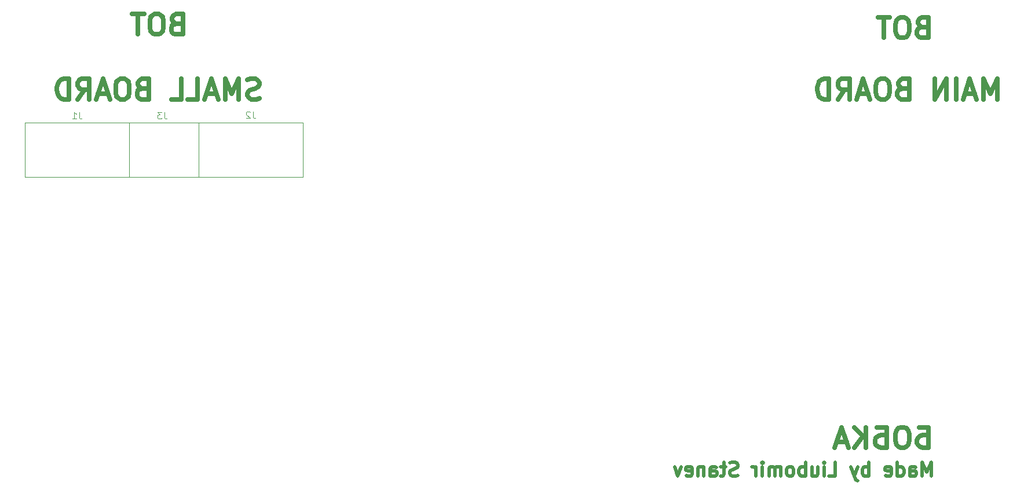
<source format=gbr>
%TF.GenerationSoftware,KiCad,Pcbnew,7.0.10*%
%TF.CreationDate,2024-02-03T15:37:23+02:00*%
%TF.ProjectId,Liubomir_Stanev_PCB,4c697562-6f6d-4697-925f-5374616e6576,rev?*%
%TF.SameCoordinates,Original*%
%TF.FileFunction,Legend,Bot*%
%TF.FilePolarity,Positive*%
%FSLAX46Y46*%
G04 Gerber Fmt 4.6, Leading zero omitted, Abs format (unit mm)*
G04 Created by KiCad (PCBNEW 7.0.10) date 2024-02-03 15:37:23*
%MOMM*%
%LPD*%
G01*
G04 APERTURE LIST*
%ADD10C,0.700000*%
%ADD11C,0.500000*%
%ADD12C,0.100000*%
G04 APERTURE END LIST*
D10*
X182396616Y-103596457D02*
X183825188Y-103596457D01*
X183825188Y-103596457D02*
X183825188Y-106596457D01*
X183825188Y-106596457D02*
X182968045Y-106596457D01*
X182968045Y-106596457D02*
X182539474Y-106453600D01*
X182539474Y-106453600D02*
X182253759Y-106167885D01*
X182253759Y-106167885D02*
X182110902Y-105882171D01*
X182110902Y-105882171D02*
X182110902Y-105453600D01*
X182110902Y-105453600D02*
X182253759Y-105167885D01*
X182253759Y-105167885D02*
X182539474Y-104882171D01*
X182539474Y-104882171D02*
X182968045Y-104739314D01*
X182968045Y-104739314D02*
X183825188Y-104739314D01*
X180253759Y-103596457D02*
X179682331Y-103596457D01*
X179682331Y-103596457D02*
X179396616Y-103739314D01*
X179396616Y-103739314D02*
X179110902Y-104025028D01*
X179110902Y-104025028D02*
X178968045Y-104596457D01*
X178968045Y-104596457D02*
X178968045Y-105596457D01*
X178968045Y-105596457D02*
X179110902Y-106167885D01*
X179110902Y-106167885D02*
X179396616Y-106453600D01*
X179396616Y-106453600D02*
X179682331Y-106596457D01*
X179682331Y-106596457D02*
X180253759Y-106596457D01*
X180253759Y-106596457D02*
X180539474Y-106453600D01*
X180539474Y-106453600D02*
X180825188Y-106167885D01*
X180825188Y-106167885D02*
X180968045Y-105596457D01*
X180968045Y-105596457D02*
X180968045Y-104596457D01*
X180968045Y-104596457D02*
X180825188Y-104025028D01*
X180825188Y-104025028D02*
X180539474Y-103739314D01*
X180539474Y-103739314D02*
X180253759Y-103596457D01*
X176253759Y-103596457D02*
X177682331Y-103596457D01*
X177682331Y-103596457D02*
X177682331Y-106596457D01*
X177682331Y-106596457D02*
X176825188Y-106596457D01*
X176825188Y-106596457D02*
X176396617Y-106453600D01*
X176396617Y-106453600D02*
X176110902Y-106167885D01*
X176110902Y-106167885D02*
X175968045Y-105882171D01*
X175968045Y-105882171D02*
X175968045Y-105453600D01*
X175968045Y-105453600D02*
X176110902Y-105167885D01*
X176110902Y-105167885D02*
X176396617Y-104882171D01*
X176396617Y-104882171D02*
X176825188Y-104739314D01*
X176825188Y-104739314D02*
X177682331Y-104739314D01*
X174682331Y-106596457D02*
X174682331Y-103596457D01*
X172968045Y-106596457D02*
X174253759Y-104882171D01*
X172968045Y-103596457D02*
X174682331Y-105310742D01*
X171825188Y-105739314D02*
X170396617Y-105739314D01*
X172110902Y-106596457D02*
X171110902Y-103596457D01*
X171110902Y-103596457D02*
X170110902Y-106596457D01*
X85968045Y-55453600D02*
X85539474Y-55596457D01*
X85539474Y-55596457D02*
X84825188Y-55596457D01*
X84825188Y-55596457D02*
X84539474Y-55453600D01*
X84539474Y-55453600D02*
X84396616Y-55310742D01*
X84396616Y-55310742D02*
X84253759Y-55025028D01*
X84253759Y-55025028D02*
X84253759Y-54739314D01*
X84253759Y-54739314D02*
X84396616Y-54453600D01*
X84396616Y-54453600D02*
X84539474Y-54310742D01*
X84539474Y-54310742D02*
X84825188Y-54167885D01*
X84825188Y-54167885D02*
X85396616Y-54025028D01*
X85396616Y-54025028D02*
X85682331Y-53882171D01*
X85682331Y-53882171D02*
X85825188Y-53739314D01*
X85825188Y-53739314D02*
X85968045Y-53453600D01*
X85968045Y-53453600D02*
X85968045Y-53167885D01*
X85968045Y-53167885D02*
X85825188Y-52882171D01*
X85825188Y-52882171D02*
X85682331Y-52739314D01*
X85682331Y-52739314D02*
X85396616Y-52596457D01*
X85396616Y-52596457D02*
X84682331Y-52596457D01*
X84682331Y-52596457D02*
X84253759Y-52739314D01*
X82968045Y-55596457D02*
X82968045Y-52596457D01*
X82968045Y-52596457D02*
X81968045Y-54739314D01*
X81968045Y-54739314D02*
X80968045Y-52596457D01*
X80968045Y-52596457D02*
X80968045Y-55596457D01*
X79682331Y-54739314D02*
X78253760Y-54739314D01*
X79968045Y-55596457D02*
X78968045Y-52596457D01*
X78968045Y-52596457D02*
X77968045Y-55596457D01*
X75539473Y-55596457D02*
X76968045Y-55596457D01*
X76968045Y-55596457D02*
X76968045Y-52596457D01*
X73110902Y-55596457D02*
X74539474Y-55596457D01*
X74539474Y-55596457D02*
X74539474Y-52596457D01*
X68825189Y-54025028D02*
X68396617Y-54167885D01*
X68396617Y-54167885D02*
X68253760Y-54310742D01*
X68253760Y-54310742D02*
X68110903Y-54596457D01*
X68110903Y-54596457D02*
X68110903Y-55025028D01*
X68110903Y-55025028D02*
X68253760Y-55310742D01*
X68253760Y-55310742D02*
X68396617Y-55453600D01*
X68396617Y-55453600D02*
X68682332Y-55596457D01*
X68682332Y-55596457D02*
X69825189Y-55596457D01*
X69825189Y-55596457D02*
X69825189Y-52596457D01*
X69825189Y-52596457D02*
X68825189Y-52596457D01*
X68825189Y-52596457D02*
X68539475Y-52739314D01*
X68539475Y-52739314D02*
X68396617Y-52882171D01*
X68396617Y-52882171D02*
X68253760Y-53167885D01*
X68253760Y-53167885D02*
X68253760Y-53453600D01*
X68253760Y-53453600D02*
X68396617Y-53739314D01*
X68396617Y-53739314D02*
X68539475Y-53882171D01*
X68539475Y-53882171D02*
X68825189Y-54025028D01*
X68825189Y-54025028D02*
X69825189Y-54025028D01*
X66253760Y-52596457D02*
X65682332Y-52596457D01*
X65682332Y-52596457D02*
X65396617Y-52739314D01*
X65396617Y-52739314D02*
X65110903Y-53025028D01*
X65110903Y-53025028D02*
X64968046Y-53596457D01*
X64968046Y-53596457D02*
X64968046Y-54596457D01*
X64968046Y-54596457D02*
X65110903Y-55167885D01*
X65110903Y-55167885D02*
X65396617Y-55453600D01*
X65396617Y-55453600D02*
X65682332Y-55596457D01*
X65682332Y-55596457D02*
X66253760Y-55596457D01*
X66253760Y-55596457D02*
X66539475Y-55453600D01*
X66539475Y-55453600D02*
X66825189Y-55167885D01*
X66825189Y-55167885D02*
X66968046Y-54596457D01*
X66968046Y-54596457D02*
X66968046Y-53596457D01*
X66968046Y-53596457D02*
X66825189Y-53025028D01*
X66825189Y-53025028D02*
X66539475Y-52739314D01*
X66539475Y-52739314D02*
X66253760Y-52596457D01*
X63825189Y-54739314D02*
X62396618Y-54739314D01*
X64110903Y-55596457D02*
X63110903Y-52596457D01*
X63110903Y-52596457D02*
X62110903Y-55596457D01*
X59396617Y-55596457D02*
X60396617Y-54167885D01*
X61110903Y-55596457D02*
X61110903Y-52596457D01*
X61110903Y-52596457D02*
X59968046Y-52596457D01*
X59968046Y-52596457D02*
X59682331Y-52739314D01*
X59682331Y-52739314D02*
X59539474Y-52882171D01*
X59539474Y-52882171D02*
X59396617Y-53167885D01*
X59396617Y-53167885D02*
X59396617Y-53596457D01*
X59396617Y-53596457D02*
X59539474Y-53882171D01*
X59539474Y-53882171D02*
X59682331Y-54025028D01*
X59682331Y-54025028D02*
X59968046Y-54167885D01*
X59968046Y-54167885D02*
X61110903Y-54167885D01*
X58110903Y-55596457D02*
X58110903Y-52596457D01*
X58110903Y-52596457D02*
X57396617Y-52596457D01*
X57396617Y-52596457D02*
X56968046Y-52739314D01*
X56968046Y-52739314D02*
X56682331Y-53025028D01*
X56682331Y-53025028D02*
X56539474Y-53310742D01*
X56539474Y-53310742D02*
X56396617Y-53882171D01*
X56396617Y-53882171D02*
X56396617Y-54310742D01*
X56396617Y-54310742D02*
X56539474Y-54882171D01*
X56539474Y-54882171D02*
X56682331Y-55167885D01*
X56682331Y-55167885D02*
X56968046Y-55453600D01*
X56968046Y-55453600D02*
X57396617Y-55596457D01*
X57396617Y-55596457D02*
X58110903Y-55596457D01*
X182825188Y-45025028D02*
X182396616Y-45167885D01*
X182396616Y-45167885D02*
X182253759Y-45310742D01*
X182253759Y-45310742D02*
X182110902Y-45596457D01*
X182110902Y-45596457D02*
X182110902Y-46025028D01*
X182110902Y-46025028D02*
X182253759Y-46310742D01*
X182253759Y-46310742D02*
X182396616Y-46453600D01*
X182396616Y-46453600D02*
X182682331Y-46596457D01*
X182682331Y-46596457D02*
X183825188Y-46596457D01*
X183825188Y-46596457D02*
X183825188Y-43596457D01*
X183825188Y-43596457D02*
X182825188Y-43596457D01*
X182825188Y-43596457D02*
X182539474Y-43739314D01*
X182539474Y-43739314D02*
X182396616Y-43882171D01*
X182396616Y-43882171D02*
X182253759Y-44167885D01*
X182253759Y-44167885D02*
X182253759Y-44453600D01*
X182253759Y-44453600D02*
X182396616Y-44739314D01*
X182396616Y-44739314D02*
X182539474Y-44882171D01*
X182539474Y-44882171D02*
X182825188Y-45025028D01*
X182825188Y-45025028D02*
X183825188Y-45025028D01*
X180253759Y-43596457D02*
X179682331Y-43596457D01*
X179682331Y-43596457D02*
X179396616Y-43739314D01*
X179396616Y-43739314D02*
X179110902Y-44025028D01*
X179110902Y-44025028D02*
X178968045Y-44596457D01*
X178968045Y-44596457D02*
X178968045Y-45596457D01*
X178968045Y-45596457D02*
X179110902Y-46167885D01*
X179110902Y-46167885D02*
X179396616Y-46453600D01*
X179396616Y-46453600D02*
X179682331Y-46596457D01*
X179682331Y-46596457D02*
X180253759Y-46596457D01*
X180253759Y-46596457D02*
X180539474Y-46453600D01*
X180539474Y-46453600D02*
X180825188Y-46167885D01*
X180825188Y-46167885D02*
X180968045Y-45596457D01*
X180968045Y-45596457D02*
X180968045Y-44596457D01*
X180968045Y-44596457D02*
X180825188Y-44025028D01*
X180825188Y-44025028D02*
X180539474Y-43739314D01*
X180539474Y-43739314D02*
X180253759Y-43596457D01*
X178110902Y-43596457D02*
X176396617Y-43596457D01*
X177253759Y-46596457D02*
X177253759Y-43596457D01*
D11*
X184194862Y-110729238D02*
X184194862Y-108729238D01*
X184194862Y-108729238D02*
X183528195Y-110157809D01*
X183528195Y-110157809D02*
X182861529Y-108729238D01*
X182861529Y-108729238D02*
X182861529Y-110729238D01*
X181052005Y-110729238D02*
X181052005Y-109681619D01*
X181052005Y-109681619D02*
X181147243Y-109491142D01*
X181147243Y-109491142D02*
X181337719Y-109395904D01*
X181337719Y-109395904D02*
X181718672Y-109395904D01*
X181718672Y-109395904D02*
X181909148Y-109491142D01*
X181052005Y-110634000D02*
X181242481Y-110729238D01*
X181242481Y-110729238D02*
X181718672Y-110729238D01*
X181718672Y-110729238D02*
X181909148Y-110634000D01*
X181909148Y-110634000D02*
X182004386Y-110443523D01*
X182004386Y-110443523D02*
X182004386Y-110253047D01*
X182004386Y-110253047D02*
X181909148Y-110062571D01*
X181909148Y-110062571D02*
X181718672Y-109967333D01*
X181718672Y-109967333D02*
X181242481Y-109967333D01*
X181242481Y-109967333D02*
X181052005Y-109872095D01*
X179242481Y-110729238D02*
X179242481Y-108729238D01*
X179242481Y-110634000D02*
X179432957Y-110729238D01*
X179432957Y-110729238D02*
X179813910Y-110729238D01*
X179813910Y-110729238D02*
X180004386Y-110634000D01*
X180004386Y-110634000D02*
X180099624Y-110538761D01*
X180099624Y-110538761D02*
X180194862Y-110348285D01*
X180194862Y-110348285D02*
X180194862Y-109776857D01*
X180194862Y-109776857D02*
X180099624Y-109586380D01*
X180099624Y-109586380D02*
X180004386Y-109491142D01*
X180004386Y-109491142D02*
X179813910Y-109395904D01*
X179813910Y-109395904D02*
X179432957Y-109395904D01*
X179432957Y-109395904D02*
X179242481Y-109491142D01*
X177528195Y-110634000D02*
X177718671Y-110729238D01*
X177718671Y-110729238D02*
X178099624Y-110729238D01*
X178099624Y-110729238D02*
X178290100Y-110634000D01*
X178290100Y-110634000D02*
X178385338Y-110443523D01*
X178385338Y-110443523D02*
X178385338Y-109681619D01*
X178385338Y-109681619D02*
X178290100Y-109491142D01*
X178290100Y-109491142D02*
X178099624Y-109395904D01*
X178099624Y-109395904D02*
X177718671Y-109395904D01*
X177718671Y-109395904D02*
X177528195Y-109491142D01*
X177528195Y-109491142D02*
X177432957Y-109681619D01*
X177432957Y-109681619D02*
X177432957Y-109872095D01*
X177432957Y-109872095D02*
X178385338Y-110062571D01*
X175052004Y-110729238D02*
X175052004Y-108729238D01*
X175052004Y-109491142D02*
X174861528Y-109395904D01*
X174861528Y-109395904D02*
X174480575Y-109395904D01*
X174480575Y-109395904D02*
X174290099Y-109491142D01*
X174290099Y-109491142D02*
X174194861Y-109586380D01*
X174194861Y-109586380D02*
X174099623Y-109776857D01*
X174099623Y-109776857D02*
X174099623Y-110348285D01*
X174099623Y-110348285D02*
X174194861Y-110538761D01*
X174194861Y-110538761D02*
X174290099Y-110634000D01*
X174290099Y-110634000D02*
X174480575Y-110729238D01*
X174480575Y-110729238D02*
X174861528Y-110729238D01*
X174861528Y-110729238D02*
X175052004Y-110634000D01*
X173432956Y-109395904D02*
X172956766Y-110729238D01*
X172480575Y-109395904D02*
X172956766Y-110729238D01*
X172956766Y-110729238D02*
X173147242Y-111205428D01*
X173147242Y-111205428D02*
X173242480Y-111300666D01*
X173242480Y-111300666D02*
X173432956Y-111395904D01*
X169242479Y-110729238D02*
X170194860Y-110729238D01*
X170194860Y-110729238D02*
X170194860Y-108729238D01*
X168575812Y-110729238D02*
X168575812Y-109395904D01*
X168575812Y-108729238D02*
X168671050Y-108824476D01*
X168671050Y-108824476D02*
X168575812Y-108919714D01*
X168575812Y-108919714D02*
X168480574Y-108824476D01*
X168480574Y-108824476D02*
X168575812Y-108729238D01*
X168575812Y-108729238D02*
X168575812Y-108919714D01*
X166766288Y-109395904D02*
X166766288Y-110729238D01*
X167623431Y-109395904D02*
X167623431Y-110443523D01*
X167623431Y-110443523D02*
X167528193Y-110634000D01*
X167528193Y-110634000D02*
X167337717Y-110729238D01*
X167337717Y-110729238D02*
X167052002Y-110729238D01*
X167052002Y-110729238D02*
X166861526Y-110634000D01*
X166861526Y-110634000D02*
X166766288Y-110538761D01*
X165813907Y-110729238D02*
X165813907Y-108729238D01*
X165813907Y-109491142D02*
X165623431Y-109395904D01*
X165623431Y-109395904D02*
X165242478Y-109395904D01*
X165242478Y-109395904D02*
X165052002Y-109491142D01*
X165052002Y-109491142D02*
X164956764Y-109586380D01*
X164956764Y-109586380D02*
X164861526Y-109776857D01*
X164861526Y-109776857D02*
X164861526Y-110348285D01*
X164861526Y-110348285D02*
X164956764Y-110538761D01*
X164956764Y-110538761D02*
X165052002Y-110634000D01*
X165052002Y-110634000D02*
X165242478Y-110729238D01*
X165242478Y-110729238D02*
X165623431Y-110729238D01*
X165623431Y-110729238D02*
X165813907Y-110634000D01*
X163718669Y-110729238D02*
X163909145Y-110634000D01*
X163909145Y-110634000D02*
X164004383Y-110538761D01*
X164004383Y-110538761D02*
X164099621Y-110348285D01*
X164099621Y-110348285D02*
X164099621Y-109776857D01*
X164099621Y-109776857D02*
X164004383Y-109586380D01*
X164004383Y-109586380D02*
X163909145Y-109491142D01*
X163909145Y-109491142D02*
X163718669Y-109395904D01*
X163718669Y-109395904D02*
X163432954Y-109395904D01*
X163432954Y-109395904D02*
X163242478Y-109491142D01*
X163242478Y-109491142D02*
X163147240Y-109586380D01*
X163147240Y-109586380D02*
X163052002Y-109776857D01*
X163052002Y-109776857D02*
X163052002Y-110348285D01*
X163052002Y-110348285D02*
X163147240Y-110538761D01*
X163147240Y-110538761D02*
X163242478Y-110634000D01*
X163242478Y-110634000D02*
X163432954Y-110729238D01*
X163432954Y-110729238D02*
X163718669Y-110729238D01*
X162194859Y-110729238D02*
X162194859Y-109395904D01*
X162194859Y-109586380D02*
X162099621Y-109491142D01*
X162099621Y-109491142D02*
X161909145Y-109395904D01*
X161909145Y-109395904D02*
X161623430Y-109395904D01*
X161623430Y-109395904D02*
X161432954Y-109491142D01*
X161432954Y-109491142D02*
X161337716Y-109681619D01*
X161337716Y-109681619D02*
X161337716Y-110729238D01*
X161337716Y-109681619D02*
X161242478Y-109491142D01*
X161242478Y-109491142D02*
X161052002Y-109395904D01*
X161052002Y-109395904D02*
X160766288Y-109395904D01*
X160766288Y-109395904D02*
X160575811Y-109491142D01*
X160575811Y-109491142D02*
X160480573Y-109681619D01*
X160480573Y-109681619D02*
X160480573Y-110729238D01*
X159528192Y-110729238D02*
X159528192Y-109395904D01*
X159528192Y-108729238D02*
X159623430Y-108824476D01*
X159623430Y-108824476D02*
X159528192Y-108919714D01*
X159528192Y-108919714D02*
X159432954Y-108824476D01*
X159432954Y-108824476D02*
X159528192Y-108729238D01*
X159528192Y-108729238D02*
X159528192Y-108919714D01*
X158575811Y-110729238D02*
X158575811Y-109395904D01*
X158575811Y-109776857D02*
X158480573Y-109586380D01*
X158480573Y-109586380D02*
X158385335Y-109491142D01*
X158385335Y-109491142D02*
X158194859Y-109395904D01*
X158194859Y-109395904D02*
X158004382Y-109395904D01*
X155909144Y-110634000D02*
X155623430Y-110729238D01*
X155623430Y-110729238D02*
X155147239Y-110729238D01*
X155147239Y-110729238D02*
X154956763Y-110634000D01*
X154956763Y-110634000D02*
X154861525Y-110538761D01*
X154861525Y-110538761D02*
X154766287Y-110348285D01*
X154766287Y-110348285D02*
X154766287Y-110157809D01*
X154766287Y-110157809D02*
X154861525Y-109967333D01*
X154861525Y-109967333D02*
X154956763Y-109872095D01*
X154956763Y-109872095D02*
X155147239Y-109776857D01*
X155147239Y-109776857D02*
X155528192Y-109681619D01*
X155528192Y-109681619D02*
X155718668Y-109586380D01*
X155718668Y-109586380D02*
X155813906Y-109491142D01*
X155813906Y-109491142D02*
X155909144Y-109300666D01*
X155909144Y-109300666D02*
X155909144Y-109110190D01*
X155909144Y-109110190D02*
X155813906Y-108919714D01*
X155813906Y-108919714D02*
X155718668Y-108824476D01*
X155718668Y-108824476D02*
X155528192Y-108729238D01*
X155528192Y-108729238D02*
X155052001Y-108729238D01*
X155052001Y-108729238D02*
X154766287Y-108824476D01*
X154194858Y-109395904D02*
X153432954Y-109395904D01*
X153909144Y-108729238D02*
X153909144Y-110443523D01*
X153909144Y-110443523D02*
X153813906Y-110634000D01*
X153813906Y-110634000D02*
X153623430Y-110729238D01*
X153623430Y-110729238D02*
X153432954Y-110729238D01*
X151909144Y-110729238D02*
X151909144Y-109681619D01*
X151909144Y-109681619D02*
X152004382Y-109491142D01*
X152004382Y-109491142D02*
X152194858Y-109395904D01*
X152194858Y-109395904D02*
X152575811Y-109395904D01*
X152575811Y-109395904D02*
X152766287Y-109491142D01*
X151909144Y-110634000D02*
X152099620Y-110729238D01*
X152099620Y-110729238D02*
X152575811Y-110729238D01*
X152575811Y-110729238D02*
X152766287Y-110634000D01*
X152766287Y-110634000D02*
X152861525Y-110443523D01*
X152861525Y-110443523D02*
X152861525Y-110253047D01*
X152861525Y-110253047D02*
X152766287Y-110062571D01*
X152766287Y-110062571D02*
X152575811Y-109967333D01*
X152575811Y-109967333D02*
X152099620Y-109967333D01*
X152099620Y-109967333D02*
X151909144Y-109872095D01*
X150956763Y-109395904D02*
X150956763Y-110729238D01*
X150956763Y-109586380D02*
X150861525Y-109491142D01*
X150861525Y-109491142D02*
X150671049Y-109395904D01*
X150671049Y-109395904D02*
X150385334Y-109395904D01*
X150385334Y-109395904D02*
X150194858Y-109491142D01*
X150194858Y-109491142D02*
X150099620Y-109681619D01*
X150099620Y-109681619D02*
X150099620Y-110729238D01*
X148385334Y-110634000D02*
X148575810Y-110729238D01*
X148575810Y-110729238D02*
X148956763Y-110729238D01*
X148956763Y-110729238D02*
X149147239Y-110634000D01*
X149147239Y-110634000D02*
X149242477Y-110443523D01*
X149242477Y-110443523D02*
X149242477Y-109681619D01*
X149242477Y-109681619D02*
X149147239Y-109491142D01*
X149147239Y-109491142D02*
X148956763Y-109395904D01*
X148956763Y-109395904D02*
X148575810Y-109395904D01*
X148575810Y-109395904D02*
X148385334Y-109491142D01*
X148385334Y-109491142D02*
X148290096Y-109681619D01*
X148290096Y-109681619D02*
X148290096Y-109872095D01*
X148290096Y-109872095D02*
X149242477Y-110062571D01*
X147623429Y-109395904D02*
X147147239Y-110729238D01*
X147147239Y-110729238D02*
X146671048Y-109395904D01*
D10*
X193825188Y-55596457D02*
X193825188Y-52596457D01*
X193825188Y-52596457D02*
X192825188Y-54739314D01*
X192825188Y-54739314D02*
X191825188Y-52596457D01*
X191825188Y-52596457D02*
X191825188Y-55596457D01*
X190539474Y-54739314D02*
X189110903Y-54739314D01*
X190825188Y-55596457D02*
X189825188Y-52596457D01*
X189825188Y-52596457D02*
X188825188Y-55596457D01*
X187825188Y-55596457D02*
X187825188Y-52596457D01*
X186396617Y-55596457D02*
X186396617Y-52596457D01*
X186396617Y-52596457D02*
X184682331Y-55596457D01*
X184682331Y-55596457D02*
X184682331Y-52596457D01*
X179968046Y-54025028D02*
X179539474Y-54167885D01*
X179539474Y-54167885D02*
X179396617Y-54310742D01*
X179396617Y-54310742D02*
X179253760Y-54596457D01*
X179253760Y-54596457D02*
X179253760Y-55025028D01*
X179253760Y-55025028D02*
X179396617Y-55310742D01*
X179396617Y-55310742D02*
X179539474Y-55453600D01*
X179539474Y-55453600D02*
X179825189Y-55596457D01*
X179825189Y-55596457D02*
X180968046Y-55596457D01*
X180968046Y-55596457D02*
X180968046Y-52596457D01*
X180968046Y-52596457D02*
X179968046Y-52596457D01*
X179968046Y-52596457D02*
X179682332Y-52739314D01*
X179682332Y-52739314D02*
X179539474Y-52882171D01*
X179539474Y-52882171D02*
X179396617Y-53167885D01*
X179396617Y-53167885D02*
X179396617Y-53453600D01*
X179396617Y-53453600D02*
X179539474Y-53739314D01*
X179539474Y-53739314D02*
X179682332Y-53882171D01*
X179682332Y-53882171D02*
X179968046Y-54025028D01*
X179968046Y-54025028D02*
X180968046Y-54025028D01*
X177396617Y-52596457D02*
X176825189Y-52596457D01*
X176825189Y-52596457D02*
X176539474Y-52739314D01*
X176539474Y-52739314D02*
X176253760Y-53025028D01*
X176253760Y-53025028D02*
X176110903Y-53596457D01*
X176110903Y-53596457D02*
X176110903Y-54596457D01*
X176110903Y-54596457D02*
X176253760Y-55167885D01*
X176253760Y-55167885D02*
X176539474Y-55453600D01*
X176539474Y-55453600D02*
X176825189Y-55596457D01*
X176825189Y-55596457D02*
X177396617Y-55596457D01*
X177396617Y-55596457D02*
X177682332Y-55453600D01*
X177682332Y-55453600D02*
X177968046Y-55167885D01*
X177968046Y-55167885D02*
X178110903Y-54596457D01*
X178110903Y-54596457D02*
X178110903Y-53596457D01*
X178110903Y-53596457D02*
X177968046Y-53025028D01*
X177968046Y-53025028D02*
X177682332Y-52739314D01*
X177682332Y-52739314D02*
X177396617Y-52596457D01*
X174968046Y-54739314D02*
X173539475Y-54739314D01*
X175253760Y-55596457D02*
X174253760Y-52596457D01*
X174253760Y-52596457D02*
X173253760Y-55596457D01*
X170539474Y-55596457D02*
X171539474Y-54167885D01*
X172253760Y-55596457D02*
X172253760Y-52596457D01*
X172253760Y-52596457D02*
X171110903Y-52596457D01*
X171110903Y-52596457D02*
X170825188Y-52739314D01*
X170825188Y-52739314D02*
X170682331Y-52882171D01*
X170682331Y-52882171D02*
X170539474Y-53167885D01*
X170539474Y-53167885D02*
X170539474Y-53596457D01*
X170539474Y-53596457D02*
X170682331Y-53882171D01*
X170682331Y-53882171D02*
X170825188Y-54025028D01*
X170825188Y-54025028D02*
X171110903Y-54167885D01*
X171110903Y-54167885D02*
X172253760Y-54167885D01*
X169253760Y-55596457D02*
X169253760Y-52596457D01*
X169253760Y-52596457D02*
X168539474Y-52596457D01*
X168539474Y-52596457D02*
X168110903Y-52739314D01*
X168110903Y-52739314D02*
X167825188Y-53025028D01*
X167825188Y-53025028D02*
X167682331Y-53310742D01*
X167682331Y-53310742D02*
X167539474Y-53882171D01*
X167539474Y-53882171D02*
X167539474Y-54310742D01*
X167539474Y-54310742D02*
X167682331Y-54882171D01*
X167682331Y-54882171D02*
X167825188Y-55167885D01*
X167825188Y-55167885D02*
X168110903Y-55453600D01*
X168110903Y-55453600D02*
X168539474Y-55596457D01*
X168539474Y-55596457D02*
X169253760Y-55596457D01*
X73825188Y-44525028D02*
X73396616Y-44667885D01*
X73396616Y-44667885D02*
X73253759Y-44810742D01*
X73253759Y-44810742D02*
X73110902Y-45096457D01*
X73110902Y-45096457D02*
X73110902Y-45525028D01*
X73110902Y-45525028D02*
X73253759Y-45810742D01*
X73253759Y-45810742D02*
X73396616Y-45953600D01*
X73396616Y-45953600D02*
X73682331Y-46096457D01*
X73682331Y-46096457D02*
X74825188Y-46096457D01*
X74825188Y-46096457D02*
X74825188Y-43096457D01*
X74825188Y-43096457D02*
X73825188Y-43096457D01*
X73825188Y-43096457D02*
X73539474Y-43239314D01*
X73539474Y-43239314D02*
X73396616Y-43382171D01*
X73396616Y-43382171D02*
X73253759Y-43667885D01*
X73253759Y-43667885D02*
X73253759Y-43953600D01*
X73253759Y-43953600D02*
X73396616Y-44239314D01*
X73396616Y-44239314D02*
X73539474Y-44382171D01*
X73539474Y-44382171D02*
X73825188Y-44525028D01*
X73825188Y-44525028D02*
X74825188Y-44525028D01*
X71253759Y-43096457D02*
X70682331Y-43096457D01*
X70682331Y-43096457D02*
X70396616Y-43239314D01*
X70396616Y-43239314D02*
X70110902Y-43525028D01*
X70110902Y-43525028D02*
X69968045Y-44096457D01*
X69968045Y-44096457D02*
X69968045Y-45096457D01*
X69968045Y-45096457D02*
X70110902Y-45667885D01*
X70110902Y-45667885D02*
X70396616Y-45953600D01*
X70396616Y-45953600D02*
X70682331Y-46096457D01*
X70682331Y-46096457D02*
X71253759Y-46096457D01*
X71253759Y-46096457D02*
X71539474Y-45953600D01*
X71539474Y-45953600D02*
X71825188Y-45667885D01*
X71825188Y-45667885D02*
X71968045Y-45096457D01*
X71968045Y-45096457D02*
X71968045Y-44096457D01*
X71968045Y-44096457D02*
X71825188Y-43525028D01*
X71825188Y-43525028D02*
X71539474Y-43239314D01*
X71539474Y-43239314D02*
X71253759Y-43096457D01*
X69110902Y-43096457D02*
X67396617Y-43096457D01*
X68253759Y-46096457D02*
X68253759Y-43096457D01*
D12*
X59633333Y-57457419D02*
X59633333Y-58171704D01*
X59633333Y-58171704D02*
X59680952Y-58314561D01*
X59680952Y-58314561D02*
X59776190Y-58409800D01*
X59776190Y-58409800D02*
X59919047Y-58457419D01*
X59919047Y-58457419D02*
X60014285Y-58457419D01*
X58633333Y-58457419D02*
X59204761Y-58457419D01*
X58919047Y-58457419D02*
X58919047Y-57457419D01*
X58919047Y-57457419D02*
X59014285Y-57600276D01*
X59014285Y-57600276D02*
X59109523Y-57695514D01*
X59109523Y-57695514D02*
X59204761Y-57743133D01*
X85033333Y-57377419D02*
X85033333Y-58091704D01*
X85033333Y-58091704D02*
X85080952Y-58234561D01*
X85080952Y-58234561D02*
X85176190Y-58329800D01*
X85176190Y-58329800D02*
X85319047Y-58377419D01*
X85319047Y-58377419D02*
X85414285Y-58377419D01*
X84604761Y-57472657D02*
X84557142Y-57425038D01*
X84557142Y-57425038D02*
X84461904Y-57377419D01*
X84461904Y-57377419D02*
X84223809Y-57377419D01*
X84223809Y-57377419D02*
X84128571Y-57425038D01*
X84128571Y-57425038D02*
X84080952Y-57472657D01*
X84080952Y-57472657D02*
X84033333Y-57567895D01*
X84033333Y-57567895D02*
X84033333Y-57663133D01*
X84033333Y-57663133D02*
X84080952Y-57805990D01*
X84080952Y-57805990D02*
X84652380Y-58377419D01*
X84652380Y-58377419D02*
X84033333Y-58377419D01*
X72083333Y-57457419D02*
X72083333Y-58171704D01*
X72083333Y-58171704D02*
X72130952Y-58314561D01*
X72130952Y-58314561D02*
X72226190Y-58409800D01*
X72226190Y-58409800D02*
X72369047Y-58457419D01*
X72369047Y-58457419D02*
X72464285Y-58457419D01*
X71702380Y-57457419D02*
X71083333Y-57457419D01*
X71083333Y-57457419D02*
X71416666Y-57838371D01*
X71416666Y-57838371D02*
X71273809Y-57838371D01*
X71273809Y-57838371D02*
X71178571Y-57885990D01*
X71178571Y-57885990D02*
X71130952Y-57933609D01*
X71130952Y-57933609D02*
X71083333Y-58028847D01*
X71083333Y-58028847D02*
X71083333Y-58266942D01*
X71083333Y-58266942D02*
X71130952Y-58362180D01*
X71130952Y-58362180D02*
X71178571Y-58409800D01*
X71178571Y-58409800D02*
X71273809Y-58457419D01*
X71273809Y-58457419D02*
X71559523Y-58457419D01*
X71559523Y-58457419D02*
X71654761Y-58409800D01*
X71654761Y-58409800D02*
X71702380Y-58362180D01*
%TO.C,J1*%
X66920000Y-59000000D02*
X51680000Y-59000000D01*
X51680000Y-59000000D02*
X51680000Y-67000000D01*
X51680000Y-67000000D02*
X66920000Y-67000000D01*
X66920000Y-67000000D02*
X66920000Y-59000000D01*
%TO.C,J2*%
X92320000Y-59000000D02*
X77080000Y-59000000D01*
X77080000Y-59000000D02*
X77080000Y-67000000D01*
X77080000Y-67000000D02*
X92320000Y-67000000D01*
X92320000Y-67000000D02*
X92320000Y-59000000D01*
%TO.C,J3*%
X77080000Y-59000000D02*
X66920000Y-59000000D01*
X66920000Y-59000000D02*
X66920000Y-67000000D01*
X66920000Y-67000000D02*
X77080000Y-67000000D01*
X77080000Y-67000000D02*
X77080000Y-59000000D01*
%TD*%
M02*

</source>
